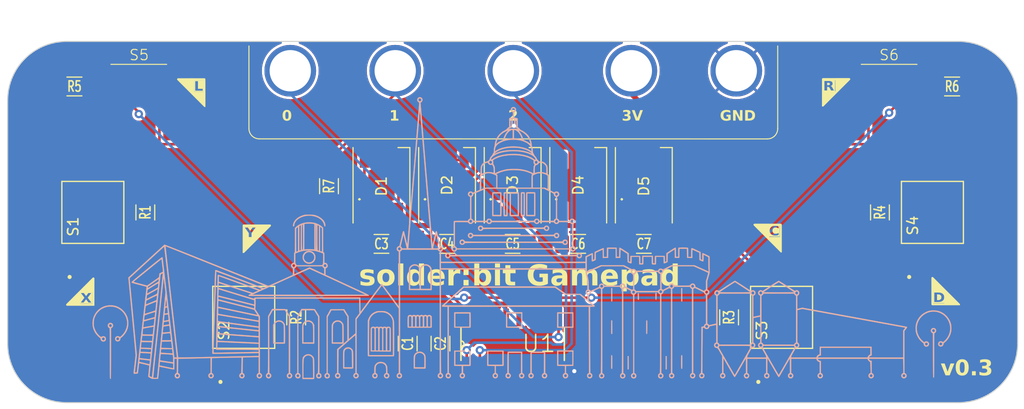
<source format=kicad_pcb>
(kicad_pcb (version 20240108) (generator "pcbnew") (generator_version "8.0")
  (title_block (title "Micro:bit SMT soldering kit (with bumpers)") (date "2024-05-23") (rev "v0.3") (company "Lancaster University") (comment 1 "Aron Eggens"))
  (layers (0 "F.Cu" signal) (31 "B.Cu" signal) (34 "B.Paste" user) (35 "F.Paste" user) (36 "B.SilkS" user "B.Silkscreen") (37 "F.SilkS" user "F.Silkscreen") (38 "B.Mask" user) (39 "F.Mask" user) (44 "Edge.Cuts" user))
  (net 0 "")
  (net 1 "GND")
  (net 2 "+3V0")
  (net 3 "Net-(D1-DOUT)")
  (net 4 "Net-(D1-DIN)")
  (net 5 "Net-(D2-DOUT)")
  (net 6 "Net-(D3-DOUT)")
  (net 7 "Net-(D4-DOUT)")
  (net 8 "Net-(R1-Pad1)")
  (net 9 "Net-(R2-Pad1)")
  (net 10 "Net-(R3-Pad1)")
  (net 11 "Net-(R4-Pad1)")
  (net 12 "PL{slash}DATA")
  (net 13 "SER")
  (net 14 "CLK")
  (net 15 "BTN1")
  (net 17 "BTN2")
  (net 19 "BTN3")
  (net 21 "BTN4")
  (net 25 "BTN5")
  (net 26 "BTN6")
  (footprint "LED_SMD:LED_WS2812B_PLCC4_5.0x5.0mm_P3.2mm" (layer "F.Cu") (at 90.156 63.2852 90)
    (property "Reference" "D1" (at -0.09 0 90) (layer "F.SilkS"))
    (property "Value" "WS2812B" (hide yes))
    (fp_text user "." (at -1.3578 -2.54 90) (layer "F.SilkS"))
    (pad "1" smd rect (at -2.45 -1.65 90) (size 1.5 0.9) (layers "F.Cu" "F.Paste" "F.Mask") (net 2 "+3V0"))
    (pad "2" smd rect (at -2.45 1.65 90) (size 1.5 0.9) (layers "F.Cu" "F.Paste" "F.Mask") (net 3 "Net-(D1-DOUT)"))
    (pad "3" smd rect (at 2.45 1.65 90) (size 1.5 0.9) (layers "F.Cu" "F.Paste" "F.Mask") (net 1 "GND"))
    (pad "4" smd rect (at 2.45 -1.65 90) (size 1.5 0.9) (layers "F.Cu" "F.Paste" "F.Mask") (net 4 "Net-(D1-DIN)"))
  )
  (footprint "TS-1002S:SW_TS04-66-95-BK-100-SMT" (layer "F.Cu") (at 128.891 76.073 90)
    (property "Reference" "S3" (at -1.27 -1.905 90) (layer "F.SilkS"))
    (property "Value" "TS04-66-95-BK-100-SMT" (hide yes))
    (pad "1" smd rect (at -4.55 -2.25 90) (size 2.1 1.4) (layers "F.Cu" "F.Paste" "F.Mask"))
    (pad "2" smd rect (at -4.55 2.25 90) (size 2.1 1.4) (layers "F.Cu" "F.Paste" "F.Mask") (net 19 "BTN3"))
    (pad "3" smd rect (at 4.55 -2.25 90) (size 2.1 1.4) (layers "F.Cu" "F.Paste" "F.Mask") (net 2 "+3V0"))
    (pad "4" smd rect (at 4.55 2.25 90) (size 2.1 1.4) (layers "F.Cu" "F.Paste" "F.Mask") (net 10 "Net-(R3-Pad1)"))
  )
  (footprint "TS-1037:TS-1037_right_angle" (layer "F.Cu") (at 139.305 52.779)
    (property "Reference" "S6" (at 0 -2.106 0) (layer "F.SilkS") (effects (font (thickness 0.1))))
    (property "Value" "SW_Push" (hide yes))
    (pad "" smd rect (at -4.75 -2 180) (size 3.5 1.6) (layers "F.Cu" "F.Paste" "F.Mask"))
    (pad "" smd rect (at 4.75 -2 180) (size 3.5 1.6) (layers "F.Cu" "F.Paste" "F.Mask"))
    (pad "1" smd rect (at -2 1.45 90) (size 4.5 1.4) (layers "F.Cu" "F.Paste" "F.Mask") (net 2 "+3V0"))
    (pad "2" smd rect (at 2 1.45 90) (size 4.5 1.4) (layers "F.Cu" "F.Paste" "F.Mask") (net 26 "BTN6"))
  )
  (footprint "Resistor_SMD:R_1206_3216Metric_Pad1.30x1.75mm_HandSolder" (layer "F.Cu") (at 60.431 53.721)
    (property "Reference" "R5" (at 0 0 0) (layer "F.SilkS") (effects (font (size 1 0.7))))
    (property "Value" "100k")
    (pad "1" smd roundrect (at -1.55 0) (size 1.3 1.75) (layers "F.Cu" "F.Paste" "F.Mask") (roundrect_rratio 0.192308) (net 1 "GND"))
    (pad "2" smd roundrect (at 1.55 0) (size 1.3 1.75) (layers "F.Cu" "F.Paste" "F.Mask") (roundrect_rratio 0.192308) (net 25 "BTN5"))
  )
  (footprint "Capacitor_SMD:C_1206_3216Metric_Pad1.33x1.80mm_HandSolder" (layer "F.Cu") (at 109.206 68.961)
    (property "Reference" "C6" (at 0 0 0) (layer "F.SilkS") (effects (font (size 1 0.7))))
    (property "Value" "0.1uF")
    (pad "1" smd roundrect (at -1.5625 0) (size 1.325 1.8) (layers "F.Cu" "F.Paste" "F.Mask") (roundrect_rratio 0.188679) (net 2 "+3V0"))
    (pad "2" smd roundrect (at 1.5625 0) (size 1.325 1.8) (layers "F.Cu" "F.Paste" "F.Mask") (roundrect_rratio 0.188679) (net 1 "GND"))
  )
  (footprint "Resistor_SMD:R_1206_3216Metric_Pad1.30x1.75mm_HandSolder" (layer "F.Cu") (at 85.076 63.373 -90)
    (property "Reference" "R7" (at 0 0 90) (layer "F.SilkS") (effects (font (size 1 0.7))))
    (property "Value" "300Ω")
    (pad "1" smd roundrect (at -1.55 0 270) (size 1.3 1.75) (layers "F.Cu" "F.Paste" "F.Mask") (roundrect_rratio 0.192308) (net 12 "PL{slash}DATA"))
    (pad "2" smd roundrect (at 1.55 0 270) (size 1.3 1.75) (layers "F.Cu" "F.Paste" "F.Mask") (roundrect_rratio 0.192308) (net 4 "Net-(D1-DIN)"))
  )
  (footprint "TS-1002S:SW_TS04-66-95-BK-100-SMT" (layer "F.Cu") (at 143.496 65.913 90)
    (property "Reference" "S4" (at -1.27 -1.905 90) (layer "F.SilkS"))
    (property "Value" "TS04-66-95-BK-100-SMT" (hide yes))
    (pad "1" smd rect (at -4.55 -2.25 90) (size 2.1 1.4) (layers "F.Cu" "F.Paste" "F.Mask"))
    (pad "2" smd rect (at -4.55 2.25 90) (size 2.1 1.4) (layers "F.Cu" "F.Paste" "F.Mask") (net 21 "BTN4"))
    (pad "3" smd rect (at 4.55 -2.25 90) (size 2.1 1.4) (layers "F.Cu" "F.Paste" "F.Mask") (net 2 "+3V0"))
    (pad "4" smd rect (at 4.55 2.25 90) (size 2.1 1.4) (layers "F.Cu" "F.Paste" "F.Mask") (net 11 "Net-(R4-Pad1)"))
  )
  (footprint "TS-1002S:SW_TS04-66-95-BK-100-SMT" (layer "F.Cu") (at 62.216 65.913 90)
    (property "Reference" "S1" (at -1.375 -1.905 90) (layer "F.SilkS"))
    (property "Value" "TS04-66-95-BK-100-SMT" (hide yes))
    (pad "1" smd rect (at -4.55 -2.25 90) (size 2.1 1.4) (layers "F.Cu" "F.Paste" "F.Mask"))
    (pad "2" smd rect (at -4.55 2.25 90) (size 2.1 1.4) (layers "F.Cu" "F.Paste" "F.Mask") (net 15 "BTN1"))
    (pad "3" smd rect (at 4.55 -2.25 90) (size 2.1 1.4) (layers "F.Cu" "F.Paste" "F.Mask") (net 2 "+3V0"))
    (pad "4" smd rect (at 4.55 2.25 90) (size 2.1 1.4) (layers "F.Cu" "F.Paste" "F.Mask") (net 8 "Net-(R1-Pad1)"))
  )
  (footprint "TS-1037:TS-1037_right_angle" (layer "F.Cu") (at 66.661 52.779)
    (property "Reference" "S5" (at 0.032 -2.106 0) (layer "F.SilkS") (effects (font (thickness 0.1))))
    (property "Value" "SW_Push" (hide yes))
    (pad "" smd rect (at -4.75 -2 180) (size 3.5 1.6) (layers "F.Cu" "F.Paste" "F.Mask"))
    (pad "" smd rect (at 4.75 -2 180) (size 3.5 1.6) (layers "F.Cu" "F.Paste" "F.Mask"))
    (pad "1" smd rect (at 2 1.45 90) (size 4.5 1.4) (layers "F.Cu" "F.Paste" "F.Mask") (net 2 "+3V0"))
    (pad "2" smd rect (at -2 1.45 90) (size 4.5 1.4) (layers "F.Cu" "F.Paste" "F.Mask") (net 25 "BTN5"))
  )
  (footprint "LED_SMD:LED_WS2812B_PLCC4_5.0x5.0mm_P3.2mm" (layer "F.Cu") (at 115.556 63.283 90)
    (property "Reference" "D5" (at -0.09 0 90) (layer "F.SilkS"))
    (property "Value" "WS2812B" (hide yes))
    (fp_text user "." (at -1.36 -2.54 90) (layer "F.SilkS"))
    (pad "1" smd rect (at -2.45 -1.65 90) (size 1.5 0.9) (layers "F.Cu" "F.Paste" "F.Mask") (net 2 "+3V0"))
    (pad "2" smd rect (at -2.45 1.65 90) (size 1.5 0.9) (layers "F.Cu" "F.Paste" "F.Mask"))
    (pad "3" smd rect (at 2.45 1.65 90) (size 1.5 0.9) (layers "F.Cu" "F.Paste" "F.Mask") (net 1 "GND"))
    (pad "4" smd rect (at 2.45 -1.65 90) (size 1.5 0.9) (layers "F.Cu" "F.Paste" "F.Mask") (net 7 "Net-(D4-DOUT)"))
  )
  (footprint "Capacitor_SMD:C_1206_3216Metric_Pad1.33x1.80mm_HandSolder" (layer "F.Cu") (at 102.856 68.961)
    (property "Reference" "C5" (at 0 0 0) (layer "F.SilkS") (effects (font (size 1 0.7))))
    (property "Value" "0.1uF")
    (pad "1" smd roundrect (at -1.5625 0) (size 1.325 1.8) (layers "F.Cu" "F.Paste" "F.Mask") (roundrect_rratio 0.188679) (net 2 "+3V0"))
    (pad "2" smd roundrect (at 1.5625 0) (size 1.325 1.8) (layers "F.Cu" "F.Paste" "F.Mask") (roundrect_rratio 0.188679) (net 1 "GND"))
  )
  (footprint "Capacitor_SMD:C_1206_3216Metric_Pad1.33x1.80mm_HandSolder" (layer "F.Cu") (at 95.871 78.613 90)
    (property "Reference" "C2" (at 0 0 90) (layer "F.SilkS") (effects (font (size 1 0.7))))
    (property "Value" "1uF")
    (pad "1" smd roundrect (at -1.5625 0 90) (size 1.325 1.8) (layers "F.Cu" "F.Paste" "F.Mask") (roundrect_rratio 0.188679) (net 1 "GND"))
    (pad "2" smd roundrect (at 1.5625 0 90) (size 1.325 1.8) (layers "F.Cu" "F.Paste" "F.Mask") (roundrect_rratio 0.188679) (net 2 "+3V0"))
  )
  (footprint "74HC165:SOIC127P600X175-16N" (layer "F.Cu") (at 102.856 78.6638 90)
    (property "Reference" "U1" (at 0.0508 2.54 180) (layer "F.SilkS") (effects (font (size 1.640386 1.640386))))
    (property "Value" "74HC165D_653" (hide yes))
    (pad "1" smd rect (at -2.5908 -4.445 90) (size 1.7018 0.5334) (layers "F.Cu" "F.Paste" "F.Mask") (net 12 "PL{slash}DATA"))
    (pad "2" smd rect (at -2.5908 -3.175 90) (size 1.7018 0.5334) (layers "F.Cu" "F.Paste" "F.Mask") (net 14 "CLK"))
    (pad "3" smd rect (at -2.5908 -1.905 90) (size 1.7018 0.5334) (layers "F.Cu" "F.Paste" "F.Mask") (net 15 "BTN1"))
    (pad "4" smd rect (at -2.5908 -0.635 90) (size 1.7018 0.5334) (layers "F.Cu" "F.Paste" "F.Mask") (net 17 "BTN2"))
    (pad "5" smd rect (at -2.5908 0.635 90) (size 1.7018 0.5334) (layers "F.Cu" "F.Paste" "F.Mask") (net 19 "BTN3"))
    (pad "6" smd rect (at -2.5908 1.905 90) (size 1.7018 0.5334) (layers "F.Cu" "F.Paste" "F.Mask") (net 21 "BTN4"))
    (pad "7" smd rect (at -2.5908 3.175 90) (size 1.7018 0.5334) (layers "F.Cu" "F.Paste" "F.Mask"))
    (pad "8" smd rect (at -2.5908 4.445 90) (size 1.7018 0.5334) (layers "F.Cu" "F.Paste" "F.Mask") (net 1 "GND"))
    (pad "9" smd rect (at 2.5908 4.445 90) (size 1.7018 0.5334) (layers "F.Cu" "F.Paste" "F.Mask") (net 13 "SER"))
    (pad "10" smd rect (at 2.5908 3.175 90) (size 1.7018 0.5334) (layers "F.Cu" "F.Paste" "F.Mask") (net 1 "GND"))
    (pad "11" smd rect (at 2.5908 1.905 90) (size 1.7018 0.5334) (layers "F.Cu" "F.Paste" "F.Mask") (net 26 "BTN6"))
    (pad "12" smd rect (at 2.5908 0.635 90) (size 1.7018 0.5334) (layers "F.Cu" "F.Paste" "F.Mask") (net 25 "BTN5"))
    (pad "13" smd rect (at 2.5908 -0.635 90) (size 1.7018 0.5334) (layers "F.Cu" "F.Paste" "F.Mask") (net 1 "GND"))
    (pad "14" smd rect (at 2.5908 -1.905 90) (size 1.7018 0.5334) (layers "F.Cu" "F.Paste" "F.Mask") (net 1 "GND"))
    (pad "15" smd rect (at 2.5908 -3.175 90) (size 1.7018 0.5334) (layers "F.Cu" "F.Paste" "F.Mask") (net 1 "GND"))
    (pad "16" smd rect (at 2.5908 -4.445 90) (size 1.7018 0.5334) (layers "F.Cu" "F.Paste" "F.Mask") (net 2 "+3V0"))
  )
  (footprint "Resistor_SMD:R_1206_3216Metric_Pad1.30x1.75mm_HandSolder" (layer "F.Cu") (at 123.811 76.073 90)
    (property "Reference" "R3" (at 0 0 90) (layer "F.SilkS") (effects (font (size 1 0.7))))
    (property "Value" "100k")
    (pad "1" smd roundrect (at -1.55 0 90) (size 1.3 1.75) (layers "F.Cu" "F.Paste" "F.Mask") (roundrect_rratio 0.192308) (net 10 "Net-(R3-Pad1)"))
    (pad "2" smd roundrect (at 1.55 0 90) (size 1.3 1.75) (layers "F.Cu" "F.Paste" "F.Mask") (roundrect_rratio 0.192308) (net 1 "GND"))
  )
  (footprint "LED_SMD:LED_WS2812B_PLCC4_5.0x5.0mm_P3.2mm" (layer "F.Cu") (at 96.506 63.283 90)
    (property "Reference" "D2" (at 0 0 90) (layer "F.SilkS"))
    (property "Value" "WS2812B" (hide yes))
    (fp_text user "." (at -1.36 -2.54 90) (layer "F.SilkS"))
    (pad "1" smd rect (at -2.45 -1.65 90) (size 1.5 0.9) (layers "F.Cu" "F.Paste" "F.Mask") (net 2 "+3V0"))
    (pad "2" smd rect (at -2.45 1.65 90) (size 1.5 0.9) (layers "F.Cu" "F.Paste" "F.Mask") (net 5 "Net-(D2-DOUT)"))
    (pad "3" smd rect (at 2.45 1.65 90) (size 1.5 0.9) (layers "F.Cu" "F.Paste" "F.Mask") (net 1 "GND"))
    (pad "4" smd rect (at 2.45 -1.65 90) (size 1.5 0.9) (layers "F.Cu" "F.Paste" "F.Mask") (net 3 "Net-(D1-DOUT)"))
  )
  (footprint "Resistor_SMD:R_1206_3216Metric_Pad1.30x1.75mm_HandSolder" (layer "F.Cu") (at 138.416 65.913 90)
    (property "Reference" "R4" (at 0 0 90) (layer "F.SilkS") (effects (font (size 1 0.7))))
    (property "Value" "100k")
    (pad "1" smd roundrect (at -1.55 0 90) (size 1.3 1.75) (layers "F.Cu" "F.Paste" "F.Mask") (roundrect_rratio 0.192308) (net 11 "Net-(R4-Pad1)"))
    (pad "2" smd roundrect (at 1.55 0 90) (size 1.3 1.75) (layers "F.Cu" "F.Paste" "F.Mask") (roundrect_rratio 0.192308) (net 1 "GND"))
  )
  (footprint "Capacitor_SMD:C_1206_3216Metric_Pad1.33x1.80mm_HandSolder" (layer "F.Cu") (at 90.156 68.961)
    (property "Reference" "C3" (at 0 0 0) (layer "F.SilkS") (effects (font (size 1 0.7))))
    (property "Value" "0.1uF")
    (pad "1" smd roundrect (at -1.5625 0) (size 1.325 1.8) (layers "F.Cu" "F.Paste" "F.Mask") (roundrect_rratio 0.188679) (net 2 "+3V0"))
    (pad "2" smd roundrect (at 1.5625 0) (size 1.325 1.8) (layers "F.Cu" "F.Paste" "F.Mask") (roundrect_rratio 0.188679) (net 1 "GND"))
  )
  (footprint "Resistor_SMD:R_1206_3216Metric_Pad1.30x1.75mm_HandSolder" (layer "F.Cu") (at 67.296 65.913 90)
    (property "Reference" "R1" (at 0 0 90) (layer "F.SilkS") (effects (font (size 1 0.7))))
    (property "Value" "100k")
    (pad "1" smd roundrect (at -1.55 0 90) (size 1.3 1.75) (layers "F.Cu" "F.Paste" "F.Mask") (roundrect_rratio 0.192308) (net 8 "Net-(R1-Pad1)"))
    (pad "2" smd roundrect (at 1.55 0 90) (size 1.3 1.75) (layers "F.Cu" "F.Paste" "F.Mask") (roundrect_rratio 0.192308) (net 1 "GND"))
  )
  (footprint "Capacitor_SMD:C_1206_3216Metric_Pad1.33x1.80mm_HandSolder" (layer "F.Cu") (at 115.556 68.961)
    (property "Reference" "C7" (at 0 0 0) (layer "F.SilkS") (effects (font (size 1 0.7))))
    (property "Value" "0.1uF")
    (pad "1" smd roundrect (at -1.5625 0) (size 1.325 1.8) (layers "F.Cu" "F.Paste" "F.Mask") (roundrect_rratio 0.188679) (net 2 "+3V0"))
    (pad "2" smd roundrect (at 1.5625 0) (size 1.325 1.8) (layers "F.Cu" "F.Paste" "F.Mask") (roundrect_rratio 0.188679) (net 1 "GND"))
  )
  (footprint "LED_SMD:LED_WS2812B_PLCC4_5.0x5.0mm_P3.2mm" (layer "F.Cu") (at 102.856 63.283 90)
    (property "Reference" "D3" (at 0 0 90) (layer "F.SilkS"))
    (property "Value" "WS2812B" (hide yes))
    (fp_text user "." (at -1.36 -2.54 90) (layer "F.SilkS"))
    (pad "1" smd rect (at -2.45 -1.65 90) (size 1.5 0.9) (layers "F.Cu" "F.Paste" "F.Mask") (net 2 "+3V0"))
    (pad "2" smd rect (at -2.45 1.65 90) (size 1.5 0.9) (layers "F.Cu" "F.Paste" "F.Mask") (net 6 "Net-(D3-DOUT)"))
    (pad "3" smd rect (at 2.45 1.65 90) (size 1.5 0.9) (layers "F.Cu" "F.Paste" "F.Mask") (net 1 "GND"))
    (pad "4" smd rect (at 2.45 -1.65 90) (size 1.5 0.9) (layers "F.Cu" "F.Paste" "F.Mask") (net 5 "Net-(D2-DOUT)"))
  )
  (footprint "LED_SMD:LED_WS2812B_PLCC4_5.0x5.0mm_P3.2mm" (layer "F.Cu") (at 109.206 63.283 90)
    (property "Reference" "D4" (at 0 0 90) (layer "F.SilkS"))
    (property "Value" "WS2812B" (hide yes))
    (fp_text user "." (at -1.36 -2.54 90) (layer "F.SilkS"))
    (pad "1" smd rect (at -2.45 -1.65 90) (size 1.5 0.9) (layers "F.Cu" "F.Paste" "F.Mask") (net 2 "+3V0"))
    (pad "2" smd rect (at -2.45 1.65 90) (size 1.5 0.9) (layers "F.Cu" "F.Paste" "F.Mask") (net 7 "Net-(D4-DOUT)"))
    (pad "3" smd rect (at 2.45 1.65 90) (size 1.5 0.9) (layers "F.Cu" "F.Paste" "F.Mask") (net 1 "GND"))
    (pad "4" smd rect (at 2.45 -1.65 90) (size 1.5 0.9) (layers "F.Cu" "F.Paste" "F.Mask") (net 6 "Net-(D3-DOUT)"))
  )
  (footprint "Capacitor_SMD:C_1206_3216Metric_Pad1.33x1.80mm_HandSolder" (layer "F.Cu") (at 96.506 68.961)
    (property "Reference" "C4" (at 0 0 0) (layer "F.SilkS") (effects (font (size 1 0.7))))
    (property "Value" "0.1uF")
    (pad "1" smd roundrect (at -1.5625 0) (size 1.325 1.8) (layers "F.Cu" "F.Paste" "F.Mask") (roundrect_rratio 0.188679) (net 2 "+3V0"))
    (pad "2" smd roundrect (at 1.5625 0) (size 1.325 1.8) (layers "F.Cu" "F.Paste" "F.Mask") (roundrect_rratio 0.188679) (net 1 "GND"))
  )
  (footprint "Connector_Microbit_Edge:Edge_Connector_Rings" (layer "F.Cu") (at 102.9185 52.197)
    (property "Reference" "REF1" (hide yes))
    (property "Value" "~" (hide yes))
    (fp_text user "0" (at -22.4 5 0) (layer "F.SilkS") (effects (font (thickness 0.1)) (justify left bottom)))
    (fp_text user "3V" (at 10.5 5 0) (layer "F.SilkS") (effects (font (thickness 0.1)) (justify left bottom)))
    (fp_text user "2" (at -0.5 5 0) (layer "F.SilkS") (effects (font (thickness 0.1)) (justify left bottom)))
    (fp_text user "1" (at -12 5 0) (layer "F.SilkS") (effects (font (thickness 0.1)) (justify left bottom)))
    (fp_text user "GND" (at 20 5 0) (layer "F.SilkS") (effects (font (thickness 0.1)) (justify left bottom)))
    (pad "1" thru_hole circle (at -21.59 0) (size 5 5) (drill 4) (layers "*.Cu" "*.Mask") (net 13 "SER"))
    (pad "2" thru_hole circle (at -11.43 0) (size 5 5) (drill 4) (layers "*.Cu" "*.Mask") (net 12 "PL{slash}DATA"))
    (pad "3" thru_hole circle (at 0 0) (size 5 5) (drill 4) (layers "*.Cu" "*.Mask") (net 14 "CLK"))
    (pad "4" thru_hole circle (at 11.43 0) (size 5 5) (drill 4) (layers "*.Cu" "*.Mask") (net 2 "+3V0"))
    (pad "5" thru_hole circle (at 21.59 0) (size 5 5) (drill 4) (layers "*.Cu" "*.Mask") (net 1 "GND"))
  )
  (footprint "Capacitor_SMD:C_1206_3216Metric_Pad1.33x1.80mm_HandSolder" (layer "F.Cu") (at 92.696 78.613 90)
    (property "Reference" "C1" (at 0 0 90) (layer "F.SilkS") (effects (font (size 1 0.7))))
    (property "Value" "0.1uF")
    (pad "1" smd roundrect (at -1.5625 0 90) (size 1.325 1.8) (layers "F.Cu" "F.Paste" "F.Mask") (roundrect_rratio 0.188679) (net 1 "GND"))
    (pad "2" smd roundrect (at 1.5625 0 90) (size 1.325 1.8) (layers "F.Cu" "F.Paste" "F.Mask") (roundrect_rratio 0.188679) (net 2 "+3V0"))
  )
  (footprint "Resistor_SMD:R_1206_3216Metric_Pad1.30x1.75mm_HandSolder" (layer "F.Cu") (at 81.901 76.073 90)
    (property "Reference" "R2" (at 0 0 90) (layer "F.SilkS") (effects (font (size 1 0.7))))
    (property "Value" "100k")
    (pad "1" smd roundrect (at -1.55 0 90) (size 1.3 1.75) (layers "F.Cu" "F.Paste" "F.Mask") (roundrect_rratio 0.192308) (net 9 "Net-(R2-Pad1)"))
    (pad "2" smd roundrect (at 1.55 0 90) (size 1.3 1.75) (layers "F.Cu" "F.Paste" "F.Mask") (roundrect_rratio 0.192308) (net 1 "GND"))
  )
  (footprint "TS-1002S:SW_TS04-66-95-BK-100-SMT" (layer "F.Cu") (at 76.821 76.073 90)
    (property "Reference" "S2" (at -1.27 -1.905 90) (layer "F.SilkS"))
    (property "Value" "TS04-66-95-BK-100-SMT" (hide yes))
    (pad "1" smd rect (at -4.55 -2.25 90) (size 2.1 1.4) (layers "F.Cu" "F.Paste" "F.Mask"))
    (pad "2" smd rect (at -4.55 2.25 90) (size 2.1 1.4) (layers "F.Cu" "F.Paste" "F.Mask") (net 17 "BTN2"))
    (pad "3" smd rect (at 4.55 -2.25 90) (size 2.1 1.4) (layers "F.Cu" "F.Paste" "F.Mask") (net 2 "+3V0"))
    (pad "4" smd rect (at 4.55 2.25 90) (size 2.1 1.4) (layers "F.Cu" "F.Paste" "F.Mask") (net 9 "Net-(R2-Pad1)"))
  )
  (footprint "Resistor_SMD:R_1206_3216Metric_Pad1.30x1.75mm_HandSolder" (layer "F.Cu") (at 145.401 53.721 180)
    (property "Reference" "R6" (at 0 0 0) (layer "F.SilkS") (effects (font (size 1 0.7))))
    (property "Value" "100k")
    (pad "1" smd roundrect (at -1.55 0 180) (size 1.3 1.75) (layers "F.Cu" "F.Paste" "F.Mask") (roundrect_rratio 0.192308) (net 1 "GND"))
    (pad "2" smd roundrect (at 1.55 0 180) (size 1.3 1.75) (layers "F.Cu" "F.Paste" "F.Mask") (roundrect_rratio 0.192308) (net 26 "BTN6"))
  )
  (footprint "Lancaster_Cityscape:Lancaster_Cityscape" (layer "B.Cu") (at 103.77 68.4 180)
    (property "Reference" "Ref**" (hide yes))
    (property "Value" "Val**" (hide yes))
  )
  (gr_poly (pts (xy 71.978 53.0194) (xy 71.96 54.49) (xy 70.471 53.0248)) (stroke (width 0.15)) (fill solid) (layer "F.SilkS"))
  (gr_poly (pts (xy 79.361 67.183) (xy 76.821 67.183) (xy 76.821 69.723)) (stroke (width 0.2)) (fill none) (layer "F.SilkS"))
  (gr_poly (pts (xy 144.721 74.753) (xy 144.72 73.64) (xy 145.891 74.743)) (stroke (width 0.15)) (fill solid) (layer "F.SilkS"))
  (gr_poly (pts (xy 62.24 73.56) (xy 61.11 73.56) (xy 62.2656 72.310607)) (stroke (width 0.15)) (fill solid) (layer "F.SilkS"))
  (gr_poly (pts (xy 132.921 54.271) (xy 134.101 54.261) (xy 132.90175 55.550318)) (stroke (width 0.15)) (fill solid) (layer "F.SilkS"))
  (gr_poly (pts (xy 59.7256 74.850607) (xy 62.2656 74.850607) (xy 62.2656 72.310607)) (stroke (width 0.2)) (fill none) (layer "F.SilkS"))
  (gr_poly (pts (xy 79.361 67.183) (xy 78.13 67.19) (xy 78.1272 68.3568)) (stroke (width 0.15)) (fill solid) (layer "F.SilkS"))
  (gr_poly (pts (xy 76.831 68.463) (xy 78.011 68.453) (xy 76.821 69.723)) (stroke (width 0.15)) (fill solid) (layer "F.SilkS"))
  (gr_poly (pts (xy 135.44175 53.010318) (xy 134.15795 53.010318) (xy 134.17 54.2)) (stroke (width 0.15)) (fill solid) (layer "F.SilkS"))
  (gr_poly (pts (xy 59.7256 74.850607) (xy 60.9194 74.850607) (xy 60.9194 73.656807)) (stroke (width 0.15)) (fill solid) (layer "F.SilkS"))
  (gr_poly (pts (xy 143.496 72.262996) (xy 143.536 73.536796) (xy 144.7298 73.536796)) (stroke (width 0.15)) (fill solid) (layer "F.SilkS"))
  (gr_poly (pts (xy 73.011 55.5648) (xy 73.011 53.0248) (xy 70.471 53.0248)) (stroke (width 0.2)) (fill none) (layer "F.SilkS"))
  (gr_poly (pts (xy 128.8148 69.6468) (xy 128.7848 68.363) (xy 127.591 68.363)) (stroke (width 0.15)) (fill solid) (layer "F.SilkS"))
  (gr_poly (pts (xy 127.641 67.103) (xy 127.6318 68.4438) (xy 126.2748 67.1068)) (stroke (width 0.15)) (fill solid) (layer "F.SilkS"))
  (gr_poly (pts (xy 143.496 72.262996) (xy 143.496 74.802996) (xy 146.036 74.802996)) (stroke (width 0.2)) (fill none) (layer "F.SilkS"))
  (gr_poly (pts (xy 128.8148 69.6468) (xy 128.8148 67.1068) (xy 126.2748 67.1068)) (stroke (width 0.2)) (fill none) (layer "F.SilkS"))
  (gr_poly (pts (xy 135.44175 53.010318) (xy 132.90175 53.010318) (xy 132.90175 55.550318)) (stroke (width 0.2)) (fill none) (layer "F.SilkS"))
  (gr_poly (pts (xy 73.011 55.5648) (xy 73.009393 54.301) (xy 71.851 54.301)) (stroke (width 0.15)) (fill solid) (layer "F.SilkS"))
  (gr_arc (start 146.036 49.357) (mid 150.077115 51.030885) (end 151.751 55.072) (stroke (width 0.1)) (layer "Edge.Cuts"))
  (gr_arc (start 53.961 55.072) (mid 55.634885 51.030885) (end 59.676 49.357) (stroke (width 0.1)) (layer "Edge.Cuts"))
  (gr_line (start 146.036 84.328) (end 59.676 84.328) (stroke (width 0.1)) (layer "Edge.Cuts"))
  (gr_arc (start 59.676 84.328) (mid 55.634885 82.654115) (end 53.961 78.613) (stroke (width 0.1)) (layer "Edge.Cuts"))
  (gr_line (start 151.751 78.613) (end 151.751 55.072) (stroke (width 0.1)) (layer "Edge.Cuts"))
  (gr_arc (start 151.751 78.613) (mid 150.077115 82.654115) (end 146.036 84.328) (stroke (width 0.1)) (layer "Edge.Cuts"))
  (gr_line (start 59.676 49.357) (end 146.036 49.357) (stroke (width 0.1)) (layer "Edge.Cuts"))
  (gr_line (start 53.961 55.072) (end 53.961 78.613) (stroke (width 0.1)) (layer "Edge.Cuts"))
  (gr_text "solder:bit Gamepad" (at 87.96 73.32 0) (layer "F.SilkS") (effects (font (size 2 2) (thickness 0.3) (bold yes)) (justify left bottom)))
  (gr_text "D" (at 143.55 74.74 0) (layer "F.SilkS" knockout) (effects (font (size 0.9 1)) (justify left bottom)))
  (gr_text "v0.3" (at 144.28 81.94 0) (layer "F.SilkS") (effects (font (size 1.5 1.5) (thickness 0.3) (bold yes)) (justify left bottom)))
  (gr_text "R" (at 132.911 54.26 0) (layer "F.SilkS" knockout) (effects (font (size 0.9 1)) (justify left bottom)))
  (gr_text "X" (at 61.02 74.79 0) (layer "F.SilkS" knockout) (effects (font (size 0.9 1)) (justify left bottom)))
  (gr_text "L" (at 72 54.28 0) (layer "F.SilkS" knockout) (effects (font (size 0.9 1)) (justify left bottom)))
  (gr_text "C" (at 127.67 68.29 0) (layer "F.SilkS" knockout) (effects (font (size 0.9 1)) (justify left bottom)))
  (gr_text "Y" (at 76.94 68.45 0) (layer "F.SilkS" knockout) (effects (font (size 0.9 1)) (justify left bottom)))
  (segment (start 95.871 80.1755) (end 95.9678 80.0787) (width 0.25) (layer "F.Cu") (net 1))
  (via (at 102.983 57.531) (size 0.8) (drill 0.4) (layers "F.Cu" "B.Cu") (net 1))
  (via (at 108.825 81.28) (size 0.8) (drill 0.4) (layers "F.Cu" "B.Cu") (net 1))
  (segment (start 93.331 70.358) (end 98.411 75.438) (width 0.25) (layer "F.Cu") (net 2))
  (segment (start 118.731 67.183) (end 119.366 66.548) (width 0.5) (layer "F.Cu") (net 2))
  (segment (start 93.331 67.183) (end 93.331 70.358) (width 0.25) (layer "F.Cu") (net 2))
  (segment (start 68.661 59.214) (end 68.566 59.309) (width 0.25) (layer "F.Cu") (net 2))
  (segment (start 137.341 59.309) (end 139.192 59.309) (width 0.25) (layer "F.Cu") (net 2))
  (segment (start 107.6435 68.961) (end 107.6435 67.183) (width 0.25) (layer "F.Cu") (net 2))
  (segment (start 113.9935 67.183) (end 113.9935 65.8205) (width 0.25) (layer "F.Cu") (net 2))
  (segment (start 97.4335 77.0505) (end 98.411 76.073) (width 0.25) (layer "F.Cu") (net 2))
  (segment (start 101.2935 67.183) (end 107.6435 67.183) (width 0.5) (layer "F.Cu") (net 2))
  (segment (start 68.661 56.261) (end 68.661 59.214) (width 0.25) (layer "F.Cu") (net 2))
  (segment (start 64.756 59.309) (end 62.02 59.309) (width 0.25) (layer "F.Cu") (net 2))
  (segment (start 137.305 59.273) (end 137.341 59.309) (width 0.25) (layer "F.Cu") (net 2))
  (segment (start 101.2935 68.961) (end 101.2935 67.183) (width 0.25) (layer "F.Cu") (net 2))
  (segment (start 101.2935 65.8205) (end 101.206 65.733) (width 0.25) (layer "F.Cu") (net 2))
  (segment (start 137.305 56.261) (end 137.305 59.273) (width 0.25) (layer "F.Cu") (net 2))
  (segment (start 107.6435 67.183) (end 113.9935 67.183) (width 0.5) (layer "F.Cu") (net 2))
  (segment (start 107.6435 65.8205) (end 107.556 65.733) (width 0.25) (layer "F.Cu") (net 2))
  (segment (start 78.911 67.183) (end 71.037 59.309) (width 0.25) (layer "F.Cu") (net 2))
  (segment (start 78.911 67.183) (end 74.571 71.523) (width 0.25) (layer "F.Cu") (net 2))
  (segment (start 122.301 67.183) (end 120.001 67.183) (width 0.25) (layer "F.Cu") (net 2))
  (segment (start 88.5935 67.183) (end 93.331 67.183) (width 0.5) (layer "F.Cu") (net 2))
  (segment (start 94.9435 65.8205) (end 94.856 65.733) (width 0.25) (layer "F.Cu") (net 2))
  (segment (start 98.411 75.438) (end 98.411 76.073) (width 0.25) (layer "F.Cu") (net 2))
  (segment (start 139.192 59.309) (end 141.246 61.363) (width 0.25) (layer "F.Cu") (net 2))
  (segment (start 88.5935 67.183) (end 88.5935 65.8227) (width 0.25) (layer "F.Cu") (net 2))
  (segment (start 94.9435 68.961) (end 94.9435 67.183) (width 0.25) (layer "F.Cu") (net 2))
  (segment (start 92.696 77.0505) (end 97.4335 77.0505) (width 0.25) (layer "F.Cu") (net 2))
  (segment (start 130.175 59.309) (end 137.341 59.309) (width 0.25) (layer "F.Cu") (net 2))
  (segment (start 99.681 67.183) (end 101.2935 67.183) (width 0.5) (layer "F.Cu") (net 2))
  (segment (start 88.5935 68.961) (end 88.5935 67.183) (width 0.25) (layer "F.Cu") (net 2))
  (segment (start 62.02 59.309) (end 59.966 61.363) (width 0.25) (layer "F.Cu") (net 2))
  (segment (start 119.366 66.548) (end 119.366 59.4555) (width 0.5) (layer "F.Cu") (net 2))
  (segment (start 94.9435 67.183) (end 99.681 67.183) (width 0.5) (layer "F.Cu") (net 2))
  (segment (start 94.9435 67.183) (end 94.9435 65.8205) (width 0.25) (layer "F.Cu") (net 2))
  (segment (start 68.566 59.309) (end 64.756 59.309) (width 0.25) (layer "F.Cu") (net 2))
  (segment (start 88.5935 65.8227) (end 88.506 65.7352) (width 0.25) (layer "F.Cu") (net 2))
  (segment (start 107.6435 67.183) (end 107.6435 65.8205) (width 0.25) (layer "F.Cu") (net 2))
  (segment (start 101.2935 67.183) (end 101.2935 65.8205) (width 0.25) (layer "F.Cu") (net 2))
  (segment (start 93.331 67.183) (end 94.9435 67.183) (width 0.5) (layer "F.Cu") (net 2))
  (segment (start 119.366 59.4555) (end 114.3485 54.438) (width 0.5) (layer "F.Cu") (net 2))
  (segment (start 120.001 67.183) (end 119.366 66.548) (width 0.25) (layer "F.Cu") (net 2))
  (segment (start 71.037 59.309) (end 68.566 59.309) (width 0.25) (layer "F.Cu") (net 2))
  (segment (start 113.9935 68.961) (end 113.9935 67.183) (width 0.25) (layer "F.Cu") (net 2))
  (segment (start 95.871 77.0505) (end 97.4335 77.0505) (width 0.25) (layer "F.Cu") (net 2))
  (segment (start 88.5935 67.183) (end 78.911 67.183) (width 0.25) (layer "F.Cu") (net 2))
  (segment (start 113.9935 65.8205) (end 113.906 65.733) (width 0.25) (layer "F.Cu") (net 2))
  (segment (start 122.301 67.183) (end 126.641 71.523) (width 0.25) (layer "F.Cu") (net 2))
  (segment (start 113.9935 67.183) (end 118.731 67.183) (width 0.5) (layer "F.Cu") (net 2))
  (segment (start 122.301 67.183) (end 130.175 59.309) (width 0.25) (layer "F.Cu") (net 2))
  (segment (start 91.806 65.7352) (end 91.806 63.883) (width 0.25) (layer "F.Cu") (net 3))
  (segment (start 91.806 63.883) (end 94.856 60.833) (width 0.25) (layer "F.Cu") (net 3))
  (segment (start 88.506 63.118) (end 88.506 60.8352) (width 0.25) (layer "F.Cu") (net 4))
  (segment (start 85.076 64.923) (end 86.701 64.923) (width 0.25) (layer "F.Cu") (net 4))
  (segment (start 85.076 64.923) (end 85.431 64.923) (width 0.25) (layer "F.Cu") (net 4))
  (segment (start 86.701 64.923) (end 88.506 63.118) (width 0.25) (layer "F.Cu") (net 4))
  (segment (start 98.156 65.733) (end 98.156 63.883) (width 0.25) (layer "F.Cu") (net 5))
  (segment (start 98.156 63.883) (end 101.206 60.833) (width 0.25) (layer "F.Cu") (net 5))
  (segment (start 104.506 65.733) (end 104.506 63.883) (width 0.25) (layer "F.Cu") (net 6))
  (segment (start 104.506 63.883) (end 107.556 60.833) (width 0.25) (layer "F.Cu") (net 6))
  (segment (start 110.856 63.883) (end 113.906 60.833) (width 0.25) (layer "F.Cu") (net 7))
  (segment (start 110.856 65.733) (end 110.856 63.883) (width 0.25) (layer "F.Cu") (net 7))
  (segment (start 67.296 67.463) (end 64.466 64.633) (width 0.25) (layer "F.Cu") (net 8))
  (segment (start 64.466 64.633) (end 64.466 61.363) (width 0.25) (layer "F.Cu") (net 8))
  (segment (start 81.901 77.623) (end 79.071 74.793) (width 0.25) (layer "F.Cu") (net 9))
  (segment (start 79.071 74.793) (end 79.071 71.523) (width 0.25) (layer "F.Cu") (net 9))
  (segment (start 125.041 77.623) (end 131.141 71.523) (width 0.25) (layer "F.Cu") (net 10))
  (segment (start 123.811 77.623) (end 125.041 77.623) (width 0.25) (layer "F.Cu") (net 10))
  (segment (start 139.646 67.463) (end 145.746 61.363) (width 0.25) (layer "F.Cu") (net 11))
  (segment (start 138.416 67.463) (end 139.646 67.463) (width 0.25) (layer "F.Cu") (net 11))
  (segment (start 91.4885 54.438) (end 85.076 60.8505) (width 0.25) (layer "F.Cu") (net 12))
  (segment (start 85.076 60.8505) (end 85.076 61.823) (width 0.25) (layer "F.Cu") (net 12))
  (segment (start 98.411 81.2546) (end 98.411 79.248) (width 0.25) (layer "F.Cu") (net 12))
  (via (at 98.411 79.248) (size 0.8) (drill 0.4) (layers "F.Cu" "B.Cu") (net 12))
  (segment (start 99.136 78.523) (end 106.576 78.523) (width 0.25) (layer "B.Cu") (net 12))
  (segment (start 106.576 78.523) (end 106.756 78.703) (width 0.25) (layer "B.Cu") (net 12))
  (segment (start 108.026 70.9755) (end 91.4885 54.438) (width 0.25) (layer "B.Cu") (net 12))
  (segment (start 108.026 78.523) (end 108.026 70.9755) (width 0.25) (layer "B.Cu") (net 12))
  (segment (start 107.846 78.703) (end 108.026 78.523) (width 0.25) (layer "B.Cu") (net 12))
  (segment (start 98.411 79.248) (end 99.136 78.523) (width 0.25) (layer "B.Cu") (net 12))
  (segment (start 106.756 78.703) (end 107.846 78.703) (width 0.25) (layer "B.Cu") (net 12))
  (segment (start 81.311 54.438) (end 81.266 54.483) (width 0.25) (layer "F.Cu") (net 13))
  (segment (start 107.301 76.073) (end 107.301 77.978) (width 0.25) (layer "F.Cu") (net 13))
  (segment (start 81.3285 54.438) (end 81.311 54.438) (width 0.25) (layer "F.Cu") (net 13))
  (segment (start 107.301 75.5754) (end 107.301 76.073) (width 0.25) (layer "F.Cu") (net 13))
  (via (at 107.301 77.978) (size 0.8) (drill 0.4) (layers "F.Cu" "B.Cu") (net 13))
  (segment (start 104.8685 77.978) (end 81.3285 54.438) (width 0.25) (layer "B.Cu") (net 13))
  (segment (start 107.301 77.978) (end 104.8685 77.978) (width 0.25) (layer "B.Cu") (net 13))
  (segment (start 99.681 79.248) (end 99.681 81.2546) (width 0.25) (layer "F.Cu") (net 14))
  (via (at 99.681 79.248) (size 0.8) (drill 0.4) (layers "F.Cu" "B.Cu") (net 14))
  (segment (start 108.571 78.614396) (end 108.571 60.0905) (width 0.25) (layer "B.Cu") (net 14))
  (segment (start 107.937396 79.248) (end 108.571 78.614396) (width 0.25) (layer "B.Cu") (net 14))
  (segment (start 108.571 60.0905) (end 102.9185 54.438) (width 0.25) (layer "B.Cu") (net 14))
  (segment (start 99.681 79.248) (end 107.937396 79.248) (width 0.25) (layer "B.Cu") (net 14))
  (segment (start 100.951 81.7522) (end 100.951 81.2546) (width 0.25) (layer "F.Cu") (net 15))
  (segment (start 79.461 78.613) (end 83.271 82.423) (width 0.25) (layer "F.Cu") (net 15))
  (segment (start 64.466 70.703) (end 72.376 78.613) (width 0.25) (layer "F.Cu") (net 15))
  (segment (start 83.806 82.423) (end 83.8135 82.4305) (width 0.25) (layer "F.Cu") (net 15))
  (segment (start 83.8135 82.4305) (end 100.2727 82.4305) (width 0.25) (layer "F.Cu") (net 15))
  (segment (start 100.2727 82.4305) (end 100.951 81.7522) (width 0.25) (layer "F.Cu") (net 15))
  (segment (start 64.466 70.463) (end 64.466 70.703) (width 0.25) (layer "F.Cu") (net 15))
  (segment (start 83.271 82.423) (end 83.806 82.423) (width 0.25) (layer "F.Cu") (net 15))
  (segment (start 72.376 78.613) (end 79.461 78.613) (width 0.25) (layer "F.Cu") (net 15))
  (segment (start 79.071 80.623) (end 82.141 83.693) (width 0.25) (layer "F.Cu") (net 17))
  (segment (start 100.3668 83.693) (end 102.221 81.8388) (width 0.25) (layer "F.Cu") (net 17))
  (segment (start 102.221 81.8388) (end 102.221 81.2546) (width 0.25) (layer "F.Cu") (net 17))
  (segment (start 82.141 83.693) (end 100.3668 83.693) (width 0.25) (layer "F.Cu") (net 17))
  (segment (start 105.396 83.693) (end 103.491 81.788) (width 0.25) (layer "F.Cu") (net 19))
  (segment (start 103.491 81.788) (end 103.491 81.2546) (width 0.25) (layer "F.Cu") (net 19))
  (segment (start 128.071 83.693) (end 105.396 83.693) (width 0.25) (layer "F.Cu") (net 19))
  (segment (start 131.141 80.623) (end 128.071 83.693) (width 0.25) (layer "F.Cu") (net 19))
  (segment (start 126.351 78.613) (end 122.5335 82.4305) (width 0.25) (layer "F.Cu") (net 21))
  (segment (start 145.746 70.648) (end 137.781 78.613) (width 0.25) (layer "F.Cu") (net 21))
  (segment (start 104.761 81.8388) (end 104.761 81.2546) (width 0.25) (layer "F.Cu") (net 21))
  (segment (start 105.3527 82.4305) (end 104.761 81.8388) (width 0.25) (layer "F.Cu") (net 21))
  (segment (start 137.781 78.613) (end 126.351 78.613) (width 0.25) (layer "F.Cu") (net 21))
  (segment (start 145.746 70.463) (end 145.746 70.648) (width 0.25) (layer "F.Cu") (net 21))
  (segment (start 122.5335 82.4305) (end 105.3527 82.4305) (width 0.25) (layer "F.Cu") (net 21))
  (segment (start 61.981 53.721) (end 62.035 53.775) (width 0.25) (layer "F.Cu") (net 25))
  (segment (start 98.161299 74.163701) (end 98.165598 74.168) (width 0.25) (layer "F.Cu") (net 25))
  (segment (start 61.981 53.721) (end 64.153 53.721) (width 0.25) (layer "F.Cu") (net 25))
  (segment (start 64.153 53.721) (end 64.661 54.229) (width 0.25) (layer "F.Cu") (net 25))
  (segment (start 98.165598 74.168) (end 103.11 74.168) (width 0.25) (layer "F.Cu") (net 25))
  (segment (start 103.491 74.549) (end 103.491 76.073) (width 0.25) (layer "F.Cu") (net 25))
  (segment (start 62.489 54.229) (end 61.981 53.721) (width 0.25) (layer "F.Cu") (net 25))
  (segment (start 64.788 56.388) (end 64.661 56.261) (width 0.25) (layer "F.Cu") (net 25))
  (segment (start 64.153 55.753) (end 64.661 56.261) (width 0.25) (layer "F.Cu") (net 25))
  (segment (start 103.11 74.168) (end 103.491 74.549) (width 0.25) (layer "F.Cu") (net 25))
  (segment (start 66.661 56.229) (end 64.661 54.229) (width 0.25) (layer "F.Cu") (net 25))
  (segment (start 66.661 56.388) (end 66.661 56.229) (width 0.25) (layer "F.Cu") (net 25))
  (via (at 66.661 56.388) (size 0.8) (drill 0.4) (layers "F.Cu" "B.Cu") (net 25))
  (via (at 98.161299 74.163701) (size 0.8) (drill 0.4) (layers "F.Cu" "B.Cu") (net 25))
  (segment (start 98.03 74.295) (end 84.568 74.295) (width 0.25) (layer "B.Cu") (net 25))
  (segment (start 98.161299 74.163701) (end 98.03 74.295) (width 0.25) (layer "B.Cu") (net 25))
  (segment (start 84.568 74.295) (end 66.661 56.388) (width 0.25) (layer "B.Cu") (net 25))
  (segment (start 139.305 56.229) (end 141.305 54.229) (width 0.25) (layer "F.Cu") (net 26))
  (segment (start 139.305 56.261) (end 139.305 56.229) (width 0.25) (layer "F.Cu") (net 26))
  (segment (start 143.851 53.721) (end 141.813 53.721) (width 0.25) (layer "F.Cu") (net 26))
  (segment (start 105.142 74.168) (end 104.761 74.549) (width 0.25) (layer "F.Cu") (net 26))
  (segment (start 110.476 74.168) (end 105.142 74.168) (width 0.25) (layer "F.Cu") (net 26))
  (segment (start 104.761 74.549) (end 104.761 76.073) (width 0.25) (layer "F.Cu") (net 26))
  (segment (start 141.813 53.721) (end 141.305 54.229) (width 0.25) (layer "F.Cu") (net 26))
  (via (at 139.305 56.261) (size 0.8) (drill 0.4) (layers "F.Cu" "B.Cu") (net 26))
  (via (at 110.476 74.168) (size 0.8) (drill 0.4) (layers "F.Cu" "B.Cu") (net 26))
  (segment (start 110.476 74.168) (end 121.398 74.168) (width 0.25) (layer "B.Cu") (net 26))
  (segment (start 121.398 74.168) (end 139.305 56.261) (width 0.25) (layer "B.Cu") (net 26))
  (zone (net 1) (net_name "GND") (layers "F&B.Cu") (connect_pads (clearance 0.25)) (min_thickness 0.25) (fill yes (thermal_gap 0.25) (thermal_bridge_width 0.25) (island_removal_mode 1) (island_area_min 10))
    (polygon (pts (xy 152.386 84.963) (xy 53.326 84.963) (xy 53.226 48.538) (xy 152.286 48.538)))
  )
)
</source>
